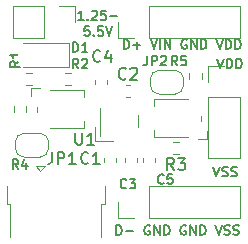
<source format=gto>
%TF.GenerationSoftware,KiCad,Pcbnew,(5.1.10)-1*%
%TF.CreationDate,2021-06-21T20:23:21-05:00*%
%TF.ProjectId,USB_Dual_Supply,5553425f-4475-4616-9c5f-537570706c79,rev?*%
%TF.SameCoordinates,Original*%
%TF.FileFunction,Legend,Top*%
%TF.FilePolarity,Positive*%
%FSLAX46Y46*%
G04 Gerber Fmt 4.6, Leading zero omitted, Abs format (unit mm)*
G04 Created by KiCad (PCBNEW (5.1.10)-1) date 2021-06-21 20:23:21*
%MOMM*%
%LPD*%
G01*
G04 APERTURE LIST*
%ADD10C,0.150000*%
%ADD11C,0.153000*%
%ADD12C,0.120000*%
%ADD13R,0.250000X0.500000*%
%ADD14R,2.650000X1.000000*%
%ADD15R,0.900000X1.200000*%
%ADD16R,1.350000X2.000000*%
%ADD17R,1.825000X0.700000*%
%ADD18R,2.000000X1.500000*%
%ADD19R,0.400000X1.650000*%
%ADD20O,1.100000X1.500000*%
%ADD21O,1.350000X1.700000*%
%ADD22R,1.430000X2.500000*%
%ADD23R,1.700000X1.700000*%
%ADD24O,1.700000X1.700000*%
%ADD25C,0.100000*%
%ADD26R,1.500000X1.600000*%
%ADD27R,1.200000X1.200000*%
G04 APERTURE END LIST*
D10*
X136448952Y-107763904D02*
X135991809Y-107763904D01*
X136220380Y-107763904D02*
X136220380Y-106963904D01*
X136144190Y-107078190D01*
X136068000Y-107154380D01*
X135991809Y-107192476D01*
X136791809Y-107687714D02*
X136829904Y-107725809D01*
X136791809Y-107763904D01*
X136753714Y-107725809D01*
X136791809Y-107687714D01*
X136791809Y-107763904D01*
X137134666Y-107040095D02*
X137172761Y-107002000D01*
X137248952Y-106963904D01*
X137439428Y-106963904D01*
X137515619Y-107002000D01*
X137553714Y-107040095D01*
X137591809Y-107116285D01*
X137591809Y-107192476D01*
X137553714Y-107306761D01*
X137096571Y-107763904D01*
X137591809Y-107763904D01*
X138315619Y-106963904D02*
X137934666Y-106963904D01*
X137896571Y-107344857D01*
X137934666Y-107306761D01*
X138010857Y-107268666D01*
X138201333Y-107268666D01*
X138277523Y-107306761D01*
X138315619Y-107344857D01*
X138353714Y-107421047D01*
X138353714Y-107611523D01*
X138315619Y-107687714D01*
X138277523Y-107725809D01*
X138201333Y-107763904D01*
X138010857Y-107763904D01*
X137934666Y-107725809D01*
X137896571Y-107687714D01*
X138696571Y-107459142D02*
X139306095Y-107459142D01*
X136944190Y-108313904D02*
X136563238Y-108313904D01*
X136525142Y-108694857D01*
X136563238Y-108656761D01*
X136639428Y-108618666D01*
X136829904Y-108618666D01*
X136906095Y-108656761D01*
X136944190Y-108694857D01*
X136982285Y-108771047D01*
X136982285Y-108961523D01*
X136944190Y-109037714D01*
X136906095Y-109075809D01*
X136829904Y-109113904D01*
X136639428Y-109113904D01*
X136563238Y-109075809D01*
X136525142Y-109037714D01*
X137325142Y-109037714D02*
X137363238Y-109075809D01*
X137325142Y-109113904D01*
X137287047Y-109075809D01*
X137325142Y-109037714D01*
X137325142Y-109113904D01*
X138087047Y-108313904D02*
X137706095Y-108313904D01*
X137668000Y-108694857D01*
X137706095Y-108656761D01*
X137782285Y-108618666D01*
X137972761Y-108618666D01*
X138048952Y-108656761D01*
X138087047Y-108694857D01*
X138125142Y-108771047D01*
X138125142Y-108961523D01*
X138087047Y-109037714D01*
X138048952Y-109075809D01*
X137972761Y-109113904D01*
X137782285Y-109113904D01*
X137706095Y-109075809D01*
X137668000Y-109037714D01*
X138353714Y-108313904D02*
X138620380Y-109113904D01*
X138887047Y-108313904D01*
X147777333Y-111067904D02*
X148044000Y-111867904D01*
X148310666Y-111067904D01*
X148577333Y-111867904D02*
X148577333Y-111067904D01*
X148767809Y-111067904D01*
X148882095Y-111106000D01*
X148958285Y-111182190D01*
X148996380Y-111258380D01*
X149034476Y-111410761D01*
X149034476Y-111525047D01*
X148996380Y-111677428D01*
X148958285Y-111753619D01*
X148882095Y-111829809D01*
X148767809Y-111867904D01*
X148577333Y-111867904D01*
X149377333Y-111867904D02*
X149377333Y-111067904D01*
X149567809Y-111067904D01*
X149682095Y-111106000D01*
X149758285Y-111182190D01*
X149796380Y-111258380D01*
X149834476Y-111410761D01*
X149834476Y-111525047D01*
X149796380Y-111677428D01*
X149758285Y-111753619D01*
X149682095Y-111829809D01*
X149567809Y-111867904D01*
X149377333Y-111867904D01*
X147434428Y-120211904D02*
X147701095Y-121011904D01*
X147967761Y-120211904D01*
X148196333Y-120973809D02*
X148310619Y-121011904D01*
X148501095Y-121011904D01*
X148577285Y-120973809D01*
X148615380Y-120935714D01*
X148653476Y-120859523D01*
X148653476Y-120783333D01*
X148615380Y-120707142D01*
X148577285Y-120669047D01*
X148501095Y-120630952D01*
X148348714Y-120592857D01*
X148272523Y-120554761D01*
X148234428Y-120516666D01*
X148196333Y-120440476D01*
X148196333Y-120364285D01*
X148234428Y-120288095D01*
X148272523Y-120250000D01*
X148348714Y-120211904D01*
X148539190Y-120211904D01*
X148653476Y-120250000D01*
X148958238Y-120973809D02*
X149072523Y-121011904D01*
X149263000Y-121011904D01*
X149339190Y-120973809D01*
X149377285Y-120935714D01*
X149415380Y-120859523D01*
X149415380Y-120783333D01*
X149377285Y-120707142D01*
X149339190Y-120669047D01*
X149263000Y-120630952D01*
X149110619Y-120592857D01*
X149034428Y-120554761D01*
X148996333Y-120516666D01*
X148958238Y-120440476D01*
X148958238Y-120364285D01*
X148996333Y-120288095D01*
X149034428Y-120250000D01*
X149110619Y-120211904D01*
X149301095Y-120211904D01*
X149415380Y-120250000D01*
D11*
X139237095Y-125964904D02*
X139237095Y-125164904D01*
X139427571Y-125164904D01*
X139541857Y-125203000D01*
X139618047Y-125279190D01*
X139656142Y-125355380D01*
X139694238Y-125507761D01*
X139694238Y-125622047D01*
X139656142Y-125774428D01*
X139618047Y-125850619D01*
X139541857Y-125926809D01*
X139427571Y-125964904D01*
X139237095Y-125964904D01*
X140037095Y-125660142D02*
X140646619Y-125660142D01*
X142056142Y-125203000D02*
X141979952Y-125164904D01*
X141865666Y-125164904D01*
X141751380Y-125203000D01*
X141675190Y-125279190D01*
X141637095Y-125355380D01*
X141599000Y-125507761D01*
X141599000Y-125622047D01*
X141637095Y-125774428D01*
X141675190Y-125850619D01*
X141751380Y-125926809D01*
X141865666Y-125964904D01*
X141941857Y-125964904D01*
X142056142Y-125926809D01*
X142094238Y-125888714D01*
X142094238Y-125622047D01*
X141941857Y-125622047D01*
X142437095Y-125964904D02*
X142437095Y-125164904D01*
X142894238Y-125964904D01*
X142894238Y-125164904D01*
X143275190Y-125964904D02*
X143275190Y-125164904D01*
X143465666Y-125164904D01*
X143579952Y-125203000D01*
X143656142Y-125279190D01*
X143694238Y-125355380D01*
X143732333Y-125507761D01*
X143732333Y-125622047D01*
X143694238Y-125774428D01*
X143656142Y-125850619D01*
X143579952Y-125926809D01*
X143465666Y-125964904D01*
X143275190Y-125964904D01*
X145103761Y-125203000D02*
X145027571Y-125164904D01*
X144913285Y-125164904D01*
X144799000Y-125203000D01*
X144722809Y-125279190D01*
X144684714Y-125355380D01*
X144646619Y-125507761D01*
X144646619Y-125622047D01*
X144684714Y-125774428D01*
X144722809Y-125850619D01*
X144799000Y-125926809D01*
X144913285Y-125964904D01*
X144989476Y-125964904D01*
X145103761Y-125926809D01*
X145141857Y-125888714D01*
X145141857Y-125622047D01*
X144989476Y-125622047D01*
X145484714Y-125964904D02*
X145484714Y-125164904D01*
X145941857Y-125964904D01*
X145941857Y-125164904D01*
X146322809Y-125964904D02*
X146322809Y-125164904D01*
X146513285Y-125164904D01*
X146627571Y-125203000D01*
X146703761Y-125279190D01*
X146741857Y-125355380D01*
X146779952Y-125507761D01*
X146779952Y-125622047D01*
X146741857Y-125774428D01*
X146703761Y-125850619D01*
X146627571Y-125926809D01*
X146513285Y-125964904D01*
X146322809Y-125964904D01*
X147618047Y-125164904D02*
X147884714Y-125964904D01*
X148151380Y-125164904D01*
X148379952Y-125926809D02*
X148494238Y-125964904D01*
X148684714Y-125964904D01*
X148760904Y-125926809D01*
X148799000Y-125888714D01*
X148837095Y-125812523D01*
X148837095Y-125736333D01*
X148799000Y-125660142D01*
X148760904Y-125622047D01*
X148684714Y-125583952D01*
X148532333Y-125545857D01*
X148456142Y-125507761D01*
X148418047Y-125469666D01*
X148379952Y-125393476D01*
X148379952Y-125317285D01*
X148418047Y-125241095D01*
X148456142Y-125203000D01*
X148532333Y-125164904D01*
X148722809Y-125164904D01*
X148837095Y-125203000D01*
X149141857Y-125926809D02*
X149256142Y-125964904D01*
X149446619Y-125964904D01*
X149522809Y-125926809D01*
X149560904Y-125888714D01*
X149599000Y-125812523D01*
X149599000Y-125736333D01*
X149560904Y-125660142D01*
X149522809Y-125622047D01*
X149446619Y-125583952D01*
X149294238Y-125545857D01*
X149218047Y-125507761D01*
X149179952Y-125469666D01*
X149141857Y-125393476D01*
X149141857Y-125317285D01*
X149179952Y-125241095D01*
X149218047Y-125203000D01*
X149294238Y-125164904D01*
X149484714Y-125164904D01*
X149599000Y-125203000D01*
X139846666Y-110216904D02*
X139846666Y-109416904D01*
X140037142Y-109416904D01*
X140151428Y-109455000D01*
X140227619Y-109531190D01*
X140265714Y-109607380D01*
X140303809Y-109759761D01*
X140303809Y-109874047D01*
X140265714Y-110026428D01*
X140227619Y-110102619D01*
X140151428Y-110178809D01*
X140037142Y-110216904D01*
X139846666Y-110216904D01*
X140646666Y-109912142D02*
X141256190Y-109912142D01*
X140951428Y-110216904D02*
X140951428Y-109607380D01*
X142132380Y-109416904D02*
X142399047Y-110216904D01*
X142665714Y-109416904D01*
X142932380Y-110216904D02*
X142932380Y-109416904D01*
X143313333Y-110216904D02*
X143313333Y-109416904D01*
X143770476Y-110216904D01*
X143770476Y-109416904D01*
X145180000Y-109455000D02*
X145103809Y-109416904D01*
X144989523Y-109416904D01*
X144875238Y-109455000D01*
X144799047Y-109531190D01*
X144760952Y-109607380D01*
X144722857Y-109759761D01*
X144722857Y-109874047D01*
X144760952Y-110026428D01*
X144799047Y-110102619D01*
X144875238Y-110178809D01*
X144989523Y-110216904D01*
X145065714Y-110216904D01*
X145180000Y-110178809D01*
X145218095Y-110140714D01*
X145218095Y-109874047D01*
X145065714Y-109874047D01*
X145560952Y-110216904D02*
X145560952Y-109416904D01*
X146018095Y-110216904D01*
X146018095Y-109416904D01*
X146399047Y-110216904D02*
X146399047Y-109416904D01*
X146589523Y-109416904D01*
X146703809Y-109455000D01*
X146780000Y-109531190D01*
X146818095Y-109607380D01*
X146856190Y-109759761D01*
X146856190Y-109874047D01*
X146818095Y-110026428D01*
X146780000Y-110102619D01*
X146703809Y-110178809D01*
X146589523Y-110216904D01*
X146399047Y-110216904D01*
X147694285Y-109416904D02*
X147960952Y-110216904D01*
X148227619Y-109416904D01*
X148494285Y-110216904D02*
X148494285Y-109416904D01*
X148684761Y-109416904D01*
X148799047Y-109455000D01*
X148875238Y-109531190D01*
X148913333Y-109607380D01*
X148951428Y-109759761D01*
X148951428Y-109874047D01*
X148913333Y-110026428D01*
X148875238Y-110102619D01*
X148799047Y-110178809D01*
X148684761Y-110216904D01*
X148494285Y-110216904D01*
X149294285Y-110216904D02*
X149294285Y-109416904D01*
X149484761Y-109416904D01*
X149599047Y-109455000D01*
X149675238Y-109531190D01*
X149713333Y-109607380D01*
X149751428Y-109759761D01*
X149751428Y-109874047D01*
X149713333Y-110026428D01*
X149675238Y-110102619D01*
X149599047Y-110178809D01*
X149484761Y-110216904D01*
X149294285Y-110216904D01*
D12*
%TO.C,U1*%
X138946000Y-118032000D02*
X137446000Y-118032000D01*
X137446000Y-118032000D02*
X137446000Y-116832000D01*
X141066000Y-115832000D02*
X141066000Y-116832000D01*
X137826000Y-117582000D02*
X137826000Y-115212000D01*
%TO.C,D1*%
X135218000Y-111744000D02*
X135218000Y-109744000D01*
X135218000Y-109744000D02*
X131318000Y-109744000D01*
X135218000Y-111744000D02*
X131318000Y-111744000D01*
%TO.C,C1*%
X139194000Y-119462733D02*
X139194000Y-119805267D01*
X138174000Y-119462733D02*
X138174000Y-119805267D01*
%TO.C,C2*%
X140036733Y-114302000D02*
X140379267Y-114302000D01*
X140036733Y-113282000D02*
X140379267Y-113282000D01*
%TO.C,C3*%
X140972000Y-119462733D02*
X140972000Y-119805267D01*
X139952000Y-119462733D02*
X139952000Y-119805267D01*
%TO.C,C4*%
X137412000Y-113201267D02*
X137412000Y-112858733D01*
X138432000Y-113201267D02*
X138432000Y-112858733D01*
%TO.C,C5*%
X142496000Y-119805267D02*
X142496000Y-119462733D01*
X141476000Y-119805267D02*
X141476000Y-119462733D01*
%TO.C,J1*%
X129937000Y-123379000D02*
X129937000Y-121829000D01*
X129937000Y-123379000D02*
X130237000Y-123379000D01*
X130237000Y-126179000D02*
X130237000Y-123379000D01*
X138237000Y-123379000D02*
X138237000Y-121829000D01*
X137937000Y-123379000D02*
X138237000Y-123379000D01*
X137937000Y-126179000D02*
X137937000Y-123379000D01*
X133187000Y-120129000D02*
X132787000Y-120579000D01*
X132387000Y-120129000D02*
X133187000Y-120129000D01*
X132787000Y-120579000D02*
X132387000Y-120129000D01*
%TO.C,J2*%
X130496000Y-106620000D02*
X130496000Y-109280000D01*
X133096000Y-106620000D02*
X130496000Y-106620000D01*
X133096000Y-109280000D02*
X130496000Y-109280000D01*
X133096000Y-106620000D02*
X133096000Y-109280000D01*
X134366000Y-106620000D02*
X135696000Y-106620000D01*
X135696000Y-106620000D02*
X135696000Y-107950000D01*
%TO.C,J3*%
X149666000Y-109280000D02*
X149666000Y-106620000D01*
X141986000Y-109280000D02*
X149666000Y-109280000D01*
X141986000Y-106620000D02*
X149666000Y-106620000D01*
X141986000Y-109280000D02*
X141986000Y-106620000D01*
X140716000Y-109280000D02*
X139386000Y-109280000D01*
X139386000Y-109280000D02*
X139386000Y-107950000D01*
%TO.C,J4*%
X139386000Y-124520000D02*
X139386000Y-123190000D01*
X140716000Y-124520000D02*
X139386000Y-124520000D01*
X141986000Y-124520000D02*
X141986000Y-121860000D01*
X141986000Y-121860000D02*
X149666000Y-121860000D01*
X141986000Y-124520000D02*
X149666000Y-124520000D01*
X149666000Y-124520000D02*
X149666000Y-121860000D01*
%TO.C,J5*%
X147006000Y-119440000D02*
X149666000Y-119440000D01*
X147006000Y-114300000D02*
X147006000Y-119440000D01*
X149666000Y-114300000D02*
X149666000Y-119440000D01*
X147006000Y-114300000D02*
X149666000Y-114300000D01*
X147006000Y-113030000D02*
X147006000Y-111700000D01*
X147006000Y-111700000D02*
X148336000Y-111700000D01*
%TO.C,JP1*%
X132780000Y-119364000D02*
X131380000Y-119364000D01*
X130680000Y-118664000D02*
X130680000Y-118064000D01*
X131380000Y-117364000D02*
X132780000Y-117364000D01*
X133480000Y-118064000D02*
X133480000Y-118664000D01*
X133480000Y-118664000D02*
G75*
G02*
X132780000Y-119364000I-700000J0D01*
G01*
X132780000Y-117364000D02*
G75*
G02*
X133480000Y-118064000I0J-700000D01*
G01*
X130680000Y-118064000D02*
G75*
G02*
X131380000Y-117364000I700000J0D01*
G01*
X131380000Y-119364000D02*
G75*
G02*
X130680000Y-118664000I0J700000D01*
G01*
%TO.C,JP2*%
X142110000Y-113330000D02*
X142110000Y-112730000D01*
X144210000Y-114030000D02*
X142810000Y-114030000D01*
X144910000Y-112730000D02*
X144910000Y-113330000D01*
X142810000Y-112030000D02*
X144210000Y-112030000D01*
X144210000Y-112030000D02*
G75*
G02*
X144910000Y-112730000I0J-700000D01*
G01*
X144910000Y-113330000D02*
G75*
G02*
X144210000Y-114030000I-700000J0D01*
G01*
X142810000Y-114030000D02*
G75*
G02*
X142110000Y-113330000I0J700000D01*
G01*
X142110000Y-112730000D02*
G75*
G02*
X142810000Y-112030000I700000J0D01*
G01*
%TO.C,R1*%
X132080724Y-113298500D02*
X131571276Y-113298500D01*
X132080724Y-112253500D02*
X131571276Y-112253500D01*
%TO.C,R2*%
X134873276Y-112253500D02*
X135382724Y-112253500D01*
X134873276Y-113298500D02*
X135382724Y-113298500D01*
%TO.C,R3*%
X144526724Y-118095500D02*
X144017276Y-118095500D01*
X144526724Y-119140500D02*
X144017276Y-119140500D01*
%TO.C,R4*%
X131586500Y-115570724D02*
X131586500Y-115061276D01*
X130541500Y-115570724D02*
X130541500Y-115061276D01*
%TO.C,R5*%
X145400500Y-112776724D02*
X145400500Y-112267276D01*
X146445500Y-112776724D02*
X146445500Y-112267276D01*
%TO.C,RV1*%
X132020000Y-113516000D02*
X132020000Y-114216000D01*
X132720000Y-113516000D02*
X132020000Y-113516000D01*
X136520000Y-116916000D02*
X136520000Y-116316000D01*
X133620000Y-116916000D02*
X136520000Y-116916000D01*
X136520000Y-113716000D02*
X136520000Y-114316000D01*
X133620000Y-113716000D02*
X136520000Y-113716000D01*
X132520000Y-115116000D02*
X132520000Y-115516000D01*
%TO.C,RV2*%
X146372000Y-116278000D02*
X146372000Y-115878000D01*
X145272000Y-117678000D02*
X142372000Y-117678000D01*
X142372000Y-117678000D02*
X142372000Y-117078000D01*
X145272000Y-114478000D02*
X142372000Y-114478000D01*
X142372000Y-114478000D02*
X142372000Y-115078000D01*
X146172000Y-117878000D02*
X146872000Y-117878000D01*
X146872000Y-117878000D02*
X146872000Y-117178000D01*
%TO.C,U1*%
D10*
X135763095Y-117308380D02*
X135763095Y-118117904D01*
X135810714Y-118213142D01*
X135858333Y-118260761D01*
X135953571Y-118308380D01*
X136144047Y-118308380D01*
X136239285Y-118260761D01*
X136286904Y-118213142D01*
X136334523Y-118117904D01*
X136334523Y-117308380D01*
X137334523Y-118308380D02*
X136763095Y-118308380D01*
X137048809Y-118308380D02*
X137048809Y-117308380D01*
X136953571Y-117451238D01*
X136858333Y-117546476D01*
X136763095Y-117594095D01*
%TO.C,D1*%
X135553523Y-110470904D02*
X135553523Y-109670904D01*
X135744000Y-109670904D01*
X135858285Y-109709000D01*
X135934476Y-109785190D01*
X135972571Y-109861380D01*
X136010666Y-110013761D01*
X136010666Y-110128047D01*
X135972571Y-110280428D01*
X135934476Y-110356619D01*
X135858285Y-110432809D01*
X135744000Y-110470904D01*
X135553523Y-110470904D01*
X136772571Y-110470904D02*
X136315428Y-110470904D01*
X136544000Y-110470904D02*
X136544000Y-109670904D01*
X136467809Y-109785190D01*
X136391619Y-109861380D01*
X136315428Y-109899476D01*
%TO.C,C1*%
X136866333Y-119864142D02*
X136818714Y-119911761D01*
X136675857Y-119959380D01*
X136580619Y-119959380D01*
X136437761Y-119911761D01*
X136342523Y-119816523D01*
X136294904Y-119721285D01*
X136247285Y-119530809D01*
X136247285Y-119387952D01*
X136294904Y-119197476D01*
X136342523Y-119102238D01*
X136437761Y-119007000D01*
X136580619Y-118959380D01*
X136675857Y-118959380D01*
X136818714Y-119007000D01*
X136866333Y-119054619D01*
X137818714Y-119959380D02*
X137247285Y-119959380D01*
X137533000Y-119959380D02*
X137533000Y-118959380D01*
X137437761Y-119102238D01*
X137342523Y-119197476D01*
X137247285Y-119245095D01*
%TO.C,C2*%
X140041333Y-112719142D02*
X139993714Y-112766761D01*
X139850857Y-112814380D01*
X139755619Y-112814380D01*
X139612761Y-112766761D01*
X139517523Y-112671523D01*
X139469904Y-112576285D01*
X139422285Y-112385809D01*
X139422285Y-112242952D01*
X139469904Y-112052476D01*
X139517523Y-111957238D01*
X139612761Y-111862000D01*
X139755619Y-111814380D01*
X139850857Y-111814380D01*
X139993714Y-111862000D01*
X140041333Y-111909619D01*
X140422285Y-111909619D02*
X140469904Y-111862000D01*
X140565142Y-111814380D01*
X140803238Y-111814380D01*
X140898476Y-111862000D01*
X140946095Y-111909619D01*
X140993714Y-112004857D01*
X140993714Y-112100095D01*
X140946095Y-112242952D01*
X140374666Y-112814380D01*
X140993714Y-112814380D01*
%TO.C,C3*%
D11*
X140074666Y-121951714D02*
X140036571Y-121989809D01*
X139922285Y-122027904D01*
X139846095Y-122027904D01*
X139731809Y-121989809D01*
X139655619Y-121913619D01*
X139617523Y-121837428D01*
X139579428Y-121685047D01*
X139579428Y-121570761D01*
X139617523Y-121418380D01*
X139655619Y-121342190D01*
X139731809Y-121266000D01*
X139846095Y-121227904D01*
X139922285Y-121227904D01*
X140036571Y-121266000D01*
X140074666Y-121304095D01*
X140341333Y-121227904D02*
X140836571Y-121227904D01*
X140569904Y-121532666D01*
X140684190Y-121532666D01*
X140760380Y-121570761D01*
X140798476Y-121608857D01*
X140836571Y-121685047D01*
X140836571Y-121875523D01*
X140798476Y-121951714D01*
X140760380Y-121989809D01*
X140684190Y-122027904D01*
X140455619Y-122027904D01*
X140379428Y-121989809D01*
X140341333Y-121951714D01*
%TO.C,C4*%
D10*
X137882333Y-111228142D02*
X137834714Y-111275761D01*
X137691857Y-111323380D01*
X137596619Y-111323380D01*
X137453761Y-111275761D01*
X137358523Y-111180523D01*
X137310904Y-111085285D01*
X137263285Y-110894809D01*
X137263285Y-110751952D01*
X137310904Y-110561476D01*
X137358523Y-110466238D01*
X137453761Y-110371000D01*
X137596619Y-110323380D01*
X137691857Y-110323380D01*
X137834714Y-110371000D01*
X137882333Y-110418619D01*
X138739476Y-110656714D02*
X138739476Y-111323380D01*
X138501380Y-110275761D02*
X138263285Y-110990047D01*
X138882333Y-110990047D01*
%TO.C,C5*%
X143249666Y-121570714D02*
X143211571Y-121608809D01*
X143097285Y-121646904D01*
X143021095Y-121646904D01*
X142906809Y-121608809D01*
X142830619Y-121532619D01*
X142792523Y-121456428D01*
X142754428Y-121304047D01*
X142754428Y-121189761D01*
X142792523Y-121037380D01*
X142830619Y-120961190D01*
X142906809Y-120885000D01*
X143021095Y-120846904D01*
X143097285Y-120846904D01*
X143211571Y-120885000D01*
X143249666Y-120923095D01*
X143973476Y-120846904D02*
X143592523Y-120846904D01*
X143554428Y-121227857D01*
X143592523Y-121189761D01*
X143668714Y-121151666D01*
X143859190Y-121151666D01*
X143935380Y-121189761D01*
X143973476Y-121227857D01*
X144011571Y-121304047D01*
X144011571Y-121494523D01*
X143973476Y-121570714D01*
X143935380Y-121608809D01*
X143859190Y-121646904D01*
X143668714Y-121646904D01*
X143592523Y-121608809D01*
X143554428Y-121570714D01*
%TO.C,JP1*%
X133786666Y-118959380D02*
X133786666Y-119673666D01*
X133739047Y-119816523D01*
X133643809Y-119911761D01*
X133500952Y-119959380D01*
X133405714Y-119959380D01*
X134262857Y-119959380D02*
X134262857Y-118959380D01*
X134643809Y-118959380D01*
X134739047Y-119007000D01*
X134786666Y-119054619D01*
X134834285Y-119149857D01*
X134834285Y-119292714D01*
X134786666Y-119387952D01*
X134739047Y-119435571D01*
X134643809Y-119483190D01*
X134262857Y-119483190D01*
X135786666Y-119959380D02*
X135215238Y-119959380D01*
X135500952Y-119959380D02*
X135500952Y-118959380D01*
X135405714Y-119102238D01*
X135310476Y-119197476D01*
X135215238Y-119245095D01*
%TO.C,JP2*%
X141827333Y-110791904D02*
X141827333Y-111363333D01*
X141789238Y-111477619D01*
X141713047Y-111553809D01*
X141598761Y-111591904D01*
X141522571Y-111591904D01*
X142208285Y-111591904D02*
X142208285Y-110791904D01*
X142513047Y-110791904D01*
X142589238Y-110830000D01*
X142627333Y-110868095D01*
X142665428Y-110944285D01*
X142665428Y-111058571D01*
X142627333Y-111134761D01*
X142589238Y-111172857D01*
X142513047Y-111210952D01*
X142208285Y-111210952D01*
X142970190Y-110868095D02*
X143008285Y-110830000D01*
X143084476Y-110791904D01*
X143274952Y-110791904D01*
X143351142Y-110830000D01*
X143389238Y-110868095D01*
X143427333Y-110944285D01*
X143427333Y-111020476D01*
X143389238Y-111134761D01*
X142932095Y-111591904D01*
X143427333Y-111591904D01*
%TO.C,R1*%
X131044904Y-111258333D02*
X130663952Y-111525000D01*
X131044904Y-111715476D02*
X130244904Y-111715476D01*
X130244904Y-111410714D01*
X130283000Y-111334523D01*
X130321095Y-111296428D01*
X130397285Y-111258333D01*
X130511571Y-111258333D01*
X130587761Y-111296428D01*
X130625857Y-111334523D01*
X130663952Y-111410714D01*
X130663952Y-111715476D01*
X131044904Y-110496428D02*
X131044904Y-110953571D01*
X131044904Y-110725000D02*
X130244904Y-110725000D01*
X130359190Y-110801190D01*
X130435380Y-110877380D01*
X130473476Y-110953571D01*
%TO.C,R2*%
X136010666Y-111867904D02*
X135744000Y-111486952D01*
X135553523Y-111867904D02*
X135553523Y-111067904D01*
X135858285Y-111067904D01*
X135934476Y-111106000D01*
X135972571Y-111144095D01*
X136010666Y-111220285D01*
X136010666Y-111334571D01*
X135972571Y-111410761D01*
X135934476Y-111448857D01*
X135858285Y-111486952D01*
X135553523Y-111486952D01*
X136315428Y-111144095D02*
X136353523Y-111106000D01*
X136429714Y-111067904D01*
X136620190Y-111067904D01*
X136696380Y-111106000D01*
X136734476Y-111144095D01*
X136772571Y-111220285D01*
X136772571Y-111296476D01*
X136734476Y-111410761D01*
X136277333Y-111867904D01*
X136772571Y-111867904D01*
%TO.C,R3*%
X144105333Y-120467380D02*
X143772000Y-119991190D01*
X143533904Y-120467380D02*
X143533904Y-119467380D01*
X143914857Y-119467380D01*
X144010095Y-119515000D01*
X144057714Y-119562619D01*
X144105333Y-119657857D01*
X144105333Y-119800714D01*
X144057714Y-119895952D01*
X144010095Y-119943571D01*
X143914857Y-119991190D01*
X143533904Y-119991190D01*
X144438666Y-119467380D02*
X145057714Y-119467380D01*
X144724380Y-119848333D01*
X144867238Y-119848333D01*
X144962476Y-119895952D01*
X145010095Y-119943571D01*
X145057714Y-120038809D01*
X145057714Y-120276904D01*
X145010095Y-120372142D01*
X144962476Y-120419761D01*
X144867238Y-120467380D01*
X144581523Y-120467380D01*
X144486285Y-120419761D01*
X144438666Y-120372142D01*
%TO.C,R4*%
X130930666Y-120376904D02*
X130664000Y-119995952D01*
X130473523Y-120376904D02*
X130473523Y-119576904D01*
X130778285Y-119576904D01*
X130854476Y-119615000D01*
X130892571Y-119653095D01*
X130930666Y-119729285D01*
X130930666Y-119843571D01*
X130892571Y-119919761D01*
X130854476Y-119957857D01*
X130778285Y-119995952D01*
X130473523Y-119995952D01*
X131616380Y-119843571D02*
X131616380Y-120376904D01*
X131425904Y-119538809D02*
X131235428Y-120110238D01*
X131730666Y-120110238D01*
%TO.C,R5*%
X144392666Y-111613904D02*
X144126000Y-111232952D01*
X143935523Y-111613904D02*
X143935523Y-110813904D01*
X144240285Y-110813904D01*
X144316476Y-110852000D01*
X144354571Y-110890095D01*
X144392666Y-110966285D01*
X144392666Y-111080571D01*
X144354571Y-111156761D01*
X144316476Y-111194857D01*
X144240285Y-111232952D01*
X143935523Y-111232952D01*
X145116476Y-110813904D02*
X144735523Y-110813904D01*
X144697428Y-111194857D01*
X144735523Y-111156761D01*
X144811714Y-111118666D01*
X145002190Y-111118666D01*
X145078380Y-111156761D01*
X145116476Y-111194857D01*
X145154571Y-111271047D01*
X145154571Y-111461523D01*
X145116476Y-111537714D01*
X145078380Y-111575809D01*
X145002190Y-111613904D01*
X144811714Y-111613904D01*
X144735523Y-111575809D01*
X144697428Y-111537714D01*
%TD*%
%LPC*%
D13*
%TO.C,U1*%
X138196000Y-117282000D03*
X138696000Y-117282000D03*
X139196000Y-117282000D03*
X139696000Y-117282000D03*
X140196000Y-117282000D03*
X140696000Y-117282000D03*
X140696000Y-115382000D03*
X140196000Y-115382000D03*
X139696000Y-115382000D03*
X139196000Y-115382000D03*
X138696000Y-115382000D03*
X138196000Y-115382000D03*
D14*
X139446000Y-116332000D03*
%TD*%
D15*
%TO.C,D1*%
X131318000Y-110744000D03*
X134618000Y-110744000D03*
%TD*%
%TO.C,C1*%
G36*
G01*
X138446500Y-118234000D02*
X138921500Y-118234000D01*
G75*
G02*
X139159000Y-118471500I0J-237500D01*
G01*
X139159000Y-119046500D01*
G75*
G02*
X138921500Y-119284000I-237500J0D01*
G01*
X138446500Y-119284000D01*
G75*
G02*
X138209000Y-119046500I0J237500D01*
G01*
X138209000Y-118471500D01*
G75*
G02*
X138446500Y-118234000I237500J0D01*
G01*
G37*
G36*
G01*
X138446500Y-119984000D02*
X138921500Y-119984000D01*
G75*
G02*
X139159000Y-120221500I0J-237500D01*
G01*
X139159000Y-120796500D01*
G75*
G02*
X138921500Y-121034000I-237500J0D01*
G01*
X138446500Y-121034000D01*
G75*
G02*
X138209000Y-120796500I0J237500D01*
G01*
X138209000Y-120221500D01*
G75*
G02*
X138446500Y-119984000I237500J0D01*
G01*
G37*
%TD*%
%TO.C,C2*%
G36*
G01*
X140558000Y-114029500D02*
X140558000Y-113554500D01*
G75*
G02*
X140795500Y-113317000I237500J0D01*
G01*
X141370500Y-113317000D01*
G75*
G02*
X141608000Y-113554500I0J-237500D01*
G01*
X141608000Y-114029500D01*
G75*
G02*
X141370500Y-114267000I-237500J0D01*
G01*
X140795500Y-114267000D01*
G75*
G02*
X140558000Y-114029500I0J237500D01*
G01*
G37*
G36*
G01*
X138808000Y-114029500D02*
X138808000Y-113554500D01*
G75*
G02*
X139045500Y-113317000I237500J0D01*
G01*
X139620500Y-113317000D01*
G75*
G02*
X139858000Y-113554500I0J-237500D01*
G01*
X139858000Y-114029500D01*
G75*
G02*
X139620500Y-114267000I-237500J0D01*
G01*
X139045500Y-114267000D01*
G75*
G02*
X138808000Y-114029500I0J237500D01*
G01*
G37*
%TD*%
%TO.C,C3*%
G36*
G01*
X140224500Y-118234000D02*
X140699500Y-118234000D01*
G75*
G02*
X140937000Y-118471500I0J-237500D01*
G01*
X140937000Y-119046500D01*
G75*
G02*
X140699500Y-119284000I-237500J0D01*
G01*
X140224500Y-119284000D01*
G75*
G02*
X139987000Y-119046500I0J237500D01*
G01*
X139987000Y-118471500D01*
G75*
G02*
X140224500Y-118234000I237500J0D01*
G01*
G37*
G36*
G01*
X140224500Y-119984000D02*
X140699500Y-119984000D01*
G75*
G02*
X140937000Y-120221500I0J-237500D01*
G01*
X140937000Y-120796500D01*
G75*
G02*
X140699500Y-121034000I-237500J0D01*
G01*
X140224500Y-121034000D01*
G75*
G02*
X139987000Y-120796500I0J237500D01*
G01*
X139987000Y-120221500D01*
G75*
G02*
X140224500Y-119984000I237500J0D01*
G01*
G37*
%TD*%
%TO.C,C4*%
G36*
G01*
X138159500Y-114430000D02*
X137684500Y-114430000D01*
G75*
G02*
X137447000Y-114192500I0J237500D01*
G01*
X137447000Y-113617500D01*
G75*
G02*
X137684500Y-113380000I237500J0D01*
G01*
X138159500Y-113380000D01*
G75*
G02*
X138397000Y-113617500I0J-237500D01*
G01*
X138397000Y-114192500D01*
G75*
G02*
X138159500Y-114430000I-237500J0D01*
G01*
G37*
G36*
G01*
X138159500Y-112680000D02*
X137684500Y-112680000D01*
G75*
G02*
X137447000Y-112442500I0J237500D01*
G01*
X137447000Y-111867500D01*
G75*
G02*
X137684500Y-111630000I237500J0D01*
G01*
X138159500Y-111630000D01*
G75*
G02*
X138397000Y-111867500I0J-237500D01*
G01*
X138397000Y-112442500D01*
G75*
G02*
X138159500Y-112680000I-237500J0D01*
G01*
G37*
%TD*%
%TO.C,C5*%
G36*
G01*
X142223500Y-119284000D02*
X141748500Y-119284000D01*
G75*
G02*
X141511000Y-119046500I0J237500D01*
G01*
X141511000Y-118471500D01*
G75*
G02*
X141748500Y-118234000I237500J0D01*
G01*
X142223500Y-118234000D01*
G75*
G02*
X142461000Y-118471500I0J-237500D01*
G01*
X142461000Y-119046500D01*
G75*
G02*
X142223500Y-119284000I-237500J0D01*
G01*
G37*
G36*
G01*
X142223500Y-121034000D02*
X141748500Y-121034000D01*
G75*
G02*
X141511000Y-120796500I0J237500D01*
G01*
X141511000Y-120221500D01*
G75*
G02*
X141748500Y-119984000I237500J0D01*
G01*
X142223500Y-119984000D01*
G75*
G02*
X142461000Y-120221500I0J-237500D01*
G01*
X142461000Y-120796500D01*
G75*
G02*
X142223500Y-121034000I-237500J0D01*
G01*
G37*
%TD*%
D16*
%TO.C,J1*%
X136837000Y-123629000D03*
X131357000Y-123629000D03*
D17*
X131137000Y-122879000D03*
X137087000Y-122879000D03*
D18*
X131237000Y-121579000D03*
X136987000Y-121559000D03*
D19*
X132787000Y-121679000D03*
X133437000Y-121679000D03*
X134087000Y-121679000D03*
X134737000Y-121679000D03*
X135387000Y-121679000D03*
D20*
X131667000Y-121559000D03*
X136507000Y-121559000D03*
D21*
X131357000Y-124559000D03*
X136817000Y-124559000D03*
D22*
X133127000Y-124829000D03*
X135047000Y-124829000D03*
%TD*%
D23*
%TO.C,J2*%
X134366000Y-107950000D03*
D24*
X131826000Y-107950000D03*
%TD*%
D23*
%TO.C,J3*%
X140716000Y-107950000D03*
D24*
X143256000Y-107950000D03*
X145796000Y-107950000D03*
X148336000Y-107950000D03*
%TD*%
%TO.C,J4*%
X148336000Y-123190000D03*
X145796000Y-123190000D03*
X143256000Y-123190000D03*
D23*
X140716000Y-123190000D03*
%TD*%
%TO.C,J5*%
X148336000Y-113030000D03*
D24*
X148336000Y-115570000D03*
X148336000Y-118110000D03*
%TD*%
D25*
%TO.C,JP1*%
G36*
X132230000Y-117614000D02*
G01*
X132730000Y-117614000D01*
X132730000Y-117614602D01*
X132754534Y-117614602D01*
X132803365Y-117619412D01*
X132851490Y-117628984D01*
X132898445Y-117643228D01*
X132943778Y-117662005D01*
X132987051Y-117685136D01*
X133027850Y-117712396D01*
X133065779Y-117743524D01*
X133100476Y-117778221D01*
X133131604Y-117816150D01*
X133158864Y-117856949D01*
X133181995Y-117900222D01*
X133200772Y-117945555D01*
X133215016Y-117992510D01*
X133224588Y-118040635D01*
X133229398Y-118089466D01*
X133229398Y-118114000D01*
X133230000Y-118114000D01*
X133230000Y-118614000D01*
X133229398Y-118614000D01*
X133229398Y-118638534D01*
X133224588Y-118687365D01*
X133215016Y-118735490D01*
X133200772Y-118782445D01*
X133181995Y-118827778D01*
X133158864Y-118871051D01*
X133131604Y-118911850D01*
X133100476Y-118949779D01*
X133065779Y-118984476D01*
X133027850Y-119015604D01*
X132987051Y-119042864D01*
X132943778Y-119065995D01*
X132898445Y-119084772D01*
X132851490Y-119099016D01*
X132803365Y-119108588D01*
X132754534Y-119113398D01*
X132730000Y-119113398D01*
X132730000Y-119114000D01*
X132230000Y-119114000D01*
X132230000Y-117614000D01*
G37*
G36*
X131430000Y-119113398D02*
G01*
X131405466Y-119113398D01*
X131356635Y-119108588D01*
X131308510Y-119099016D01*
X131261555Y-119084772D01*
X131216222Y-119065995D01*
X131172949Y-119042864D01*
X131132150Y-119015604D01*
X131094221Y-118984476D01*
X131059524Y-118949779D01*
X131028396Y-118911850D01*
X131001136Y-118871051D01*
X130978005Y-118827778D01*
X130959228Y-118782445D01*
X130944984Y-118735490D01*
X130935412Y-118687365D01*
X130930602Y-118638534D01*
X130930602Y-118614000D01*
X130930000Y-118614000D01*
X130930000Y-118114000D01*
X130930602Y-118114000D01*
X130930602Y-118089466D01*
X130935412Y-118040635D01*
X130944984Y-117992510D01*
X130959228Y-117945555D01*
X130978005Y-117900222D01*
X131001136Y-117856949D01*
X131028396Y-117816150D01*
X131059524Y-117778221D01*
X131094221Y-117743524D01*
X131132150Y-117712396D01*
X131172949Y-117685136D01*
X131216222Y-117662005D01*
X131261555Y-117643228D01*
X131308510Y-117628984D01*
X131356635Y-117619412D01*
X131405466Y-117614602D01*
X131430000Y-117614602D01*
X131430000Y-117614000D01*
X131930000Y-117614000D01*
X131930000Y-119114000D01*
X131430000Y-119114000D01*
X131430000Y-119113398D01*
G37*
%TD*%
%TO.C,JP2*%
G36*
X144160000Y-112280602D02*
G01*
X144184534Y-112280602D01*
X144233365Y-112285412D01*
X144281490Y-112294984D01*
X144328445Y-112309228D01*
X144373778Y-112328005D01*
X144417051Y-112351136D01*
X144457850Y-112378396D01*
X144495779Y-112409524D01*
X144530476Y-112444221D01*
X144561604Y-112482150D01*
X144588864Y-112522949D01*
X144611995Y-112566222D01*
X144630772Y-112611555D01*
X144645016Y-112658510D01*
X144654588Y-112706635D01*
X144659398Y-112755466D01*
X144659398Y-112780000D01*
X144660000Y-112780000D01*
X144660000Y-113280000D01*
X144659398Y-113280000D01*
X144659398Y-113304534D01*
X144654588Y-113353365D01*
X144645016Y-113401490D01*
X144630772Y-113448445D01*
X144611995Y-113493778D01*
X144588864Y-113537051D01*
X144561604Y-113577850D01*
X144530476Y-113615779D01*
X144495779Y-113650476D01*
X144457850Y-113681604D01*
X144417051Y-113708864D01*
X144373778Y-113731995D01*
X144328445Y-113750772D01*
X144281490Y-113765016D01*
X144233365Y-113774588D01*
X144184534Y-113779398D01*
X144160000Y-113779398D01*
X144160000Y-113780000D01*
X143660000Y-113780000D01*
X143660000Y-112280000D01*
X144160000Y-112280000D01*
X144160000Y-112280602D01*
G37*
G36*
X143360000Y-113780000D02*
G01*
X142860000Y-113780000D01*
X142860000Y-113779398D01*
X142835466Y-113779398D01*
X142786635Y-113774588D01*
X142738510Y-113765016D01*
X142691555Y-113750772D01*
X142646222Y-113731995D01*
X142602949Y-113708864D01*
X142562150Y-113681604D01*
X142524221Y-113650476D01*
X142489524Y-113615779D01*
X142458396Y-113577850D01*
X142431136Y-113537051D01*
X142408005Y-113493778D01*
X142389228Y-113448445D01*
X142374984Y-113401490D01*
X142365412Y-113353365D01*
X142360602Y-113304534D01*
X142360602Y-113280000D01*
X142360000Y-113280000D01*
X142360000Y-112780000D01*
X142360602Y-112780000D01*
X142360602Y-112755466D01*
X142365412Y-112706635D01*
X142374984Y-112658510D01*
X142389228Y-112611555D01*
X142408005Y-112566222D01*
X142431136Y-112522949D01*
X142458396Y-112482150D01*
X142489524Y-112444221D01*
X142524221Y-112409524D01*
X142562150Y-112378396D01*
X142602949Y-112351136D01*
X142646222Y-112328005D01*
X142691555Y-112309228D01*
X142738510Y-112294984D01*
X142786635Y-112285412D01*
X142835466Y-112280602D01*
X142860000Y-112280602D01*
X142860000Y-112280000D01*
X143360000Y-112280000D01*
X143360000Y-113780000D01*
G37*
%TD*%
%TO.C,R1*%
G36*
G01*
X133226000Y-112538500D02*
X133226000Y-113013500D01*
G75*
G02*
X132988500Y-113251000I-237500J0D01*
G01*
X132488500Y-113251000D01*
G75*
G02*
X132251000Y-113013500I0J237500D01*
G01*
X132251000Y-112538500D01*
G75*
G02*
X132488500Y-112301000I237500J0D01*
G01*
X132988500Y-112301000D01*
G75*
G02*
X133226000Y-112538500I0J-237500D01*
G01*
G37*
G36*
G01*
X131401000Y-112538500D02*
X131401000Y-113013500D01*
G75*
G02*
X131163500Y-113251000I-237500J0D01*
G01*
X130663500Y-113251000D01*
G75*
G02*
X130426000Y-113013500I0J237500D01*
G01*
X130426000Y-112538500D01*
G75*
G02*
X130663500Y-112301000I237500J0D01*
G01*
X131163500Y-112301000D01*
G75*
G02*
X131401000Y-112538500I0J-237500D01*
G01*
G37*
%TD*%
%TO.C,R2*%
G36*
G01*
X133728000Y-113013500D02*
X133728000Y-112538500D01*
G75*
G02*
X133965500Y-112301000I237500J0D01*
G01*
X134465500Y-112301000D01*
G75*
G02*
X134703000Y-112538500I0J-237500D01*
G01*
X134703000Y-113013500D01*
G75*
G02*
X134465500Y-113251000I-237500J0D01*
G01*
X133965500Y-113251000D01*
G75*
G02*
X133728000Y-113013500I0J237500D01*
G01*
G37*
G36*
G01*
X135553000Y-113013500D02*
X135553000Y-112538500D01*
G75*
G02*
X135790500Y-112301000I237500J0D01*
G01*
X136290500Y-112301000D01*
G75*
G02*
X136528000Y-112538500I0J-237500D01*
G01*
X136528000Y-113013500D01*
G75*
G02*
X136290500Y-113251000I-237500J0D01*
G01*
X135790500Y-113251000D01*
G75*
G02*
X135553000Y-113013500I0J237500D01*
G01*
G37*
%TD*%
%TO.C,R3*%
G36*
G01*
X143847000Y-118380500D02*
X143847000Y-118855500D01*
G75*
G02*
X143609500Y-119093000I-237500J0D01*
G01*
X143109500Y-119093000D01*
G75*
G02*
X142872000Y-118855500I0J237500D01*
G01*
X142872000Y-118380500D01*
G75*
G02*
X143109500Y-118143000I237500J0D01*
G01*
X143609500Y-118143000D01*
G75*
G02*
X143847000Y-118380500I0J-237500D01*
G01*
G37*
G36*
G01*
X145672000Y-118380500D02*
X145672000Y-118855500D01*
G75*
G02*
X145434500Y-119093000I-237500J0D01*
G01*
X144934500Y-119093000D01*
G75*
G02*
X144697000Y-118855500I0J237500D01*
G01*
X144697000Y-118380500D01*
G75*
G02*
X144934500Y-118143000I237500J0D01*
G01*
X145434500Y-118143000D01*
G75*
G02*
X145672000Y-118380500I0J-237500D01*
G01*
G37*
%TD*%
%TO.C,R4*%
G36*
G01*
X131301500Y-114891000D02*
X130826500Y-114891000D01*
G75*
G02*
X130589000Y-114653500I0J237500D01*
G01*
X130589000Y-114153500D01*
G75*
G02*
X130826500Y-113916000I237500J0D01*
G01*
X131301500Y-113916000D01*
G75*
G02*
X131539000Y-114153500I0J-237500D01*
G01*
X131539000Y-114653500D01*
G75*
G02*
X131301500Y-114891000I-237500J0D01*
G01*
G37*
G36*
G01*
X131301500Y-116716000D02*
X130826500Y-116716000D01*
G75*
G02*
X130589000Y-116478500I0J237500D01*
G01*
X130589000Y-115978500D01*
G75*
G02*
X130826500Y-115741000I237500J0D01*
G01*
X131301500Y-115741000D01*
G75*
G02*
X131539000Y-115978500I0J-237500D01*
G01*
X131539000Y-116478500D01*
G75*
G02*
X131301500Y-116716000I-237500J0D01*
G01*
G37*
%TD*%
%TO.C,R5*%
G36*
G01*
X146160500Y-113922000D02*
X145685500Y-113922000D01*
G75*
G02*
X145448000Y-113684500I0J237500D01*
G01*
X145448000Y-113184500D01*
G75*
G02*
X145685500Y-112947000I237500J0D01*
G01*
X146160500Y-112947000D01*
G75*
G02*
X146398000Y-113184500I0J-237500D01*
G01*
X146398000Y-113684500D01*
G75*
G02*
X146160500Y-113922000I-237500J0D01*
G01*
G37*
G36*
G01*
X146160500Y-112097000D02*
X145685500Y-112097000D01*
G75*
G02*
X145448000Y-111859500I0J237500D01*
G01*
X145448000Y-111359500D01*
G75*
G02*
X145685500Y-111122000I237500J0D01*
G01*
X146160500Y-111122000D01*
G75*
G02*
X146398000Y-111359500I0J-237500D01*
G01*
X146398000Y-111859500D01*
G75*
G02*
X146160500Y-112097000I-237500J0D01*
G01*
G37*
%TD*%
D26*
%TO.C,RV1*%
X136070000Y-115316000D03*
D27*
X132820000Y-116316000D03*
X132820000Y-114316000D03*
%TD*%
%TO.C,RV2*%
X146072000Y-117078000D03*
X146072000Y-115078000D03*
D26*
X142822000Y-116078000D03*
%TD*%
M02*

</source>
